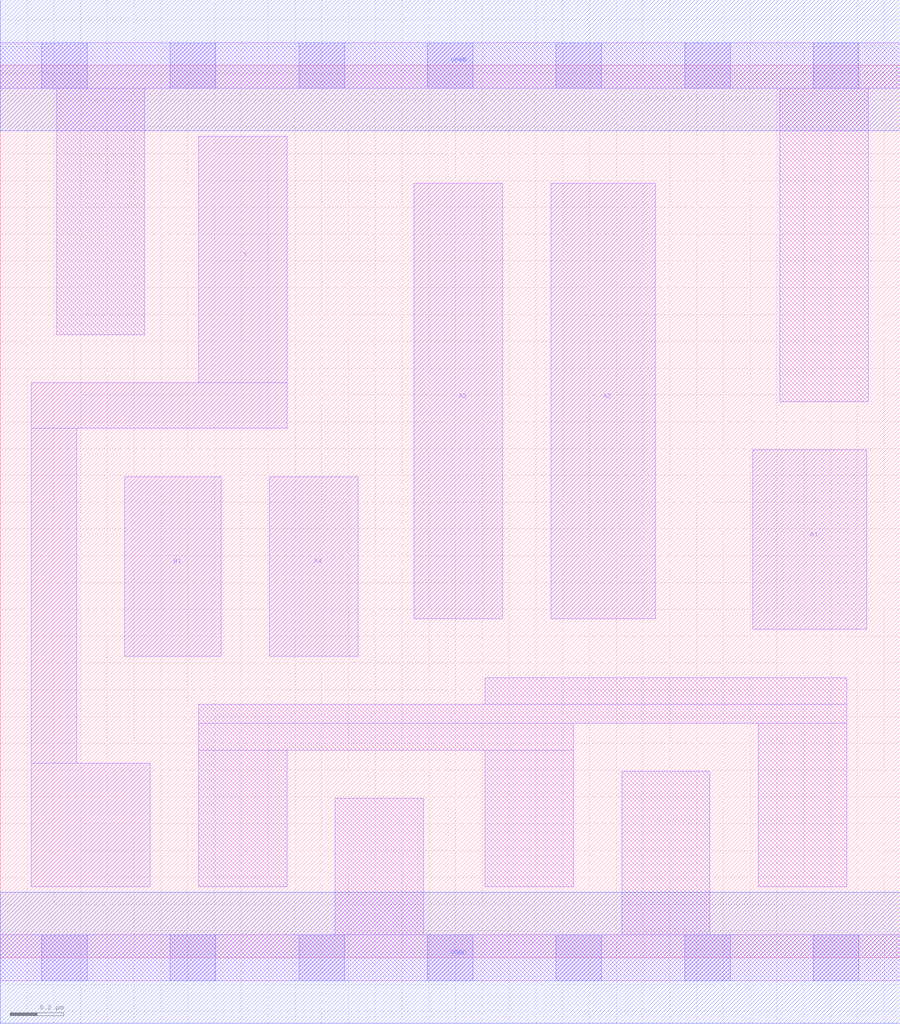
<source format=lef>
# Copyright 2020 The SkyWater PDK Authors
#
# Licensed under the Apache License, Version 2.0 (the "License");
# you may not use this file except in compliance with the License.
# You may obtain a copy of the License at
#
#     https://www.apache.org/licenses/LICENSE-2.0
#
# Unless required by applicable law or agreed to in writing, software
# distributed under the License is distributed on an "AS IS" BASIS,
# WITHOUT WARRANTIES OR CONDITIONS OF ANY KIND, either express or implied.
# See the License for the specific language governing permissions and
# limitations under the License.
#
# SPDX-License-Identifier: Apache-2.0

VERSION 5.7 ;
  NAMESCASESENSITIVE ON ;
  NOWIREEXTENSIONATPIN ON ;
  DIVIDERCHAR "/" ;
  BUSBITCHARS "[]" ;
UNITS
  DATABASE MICRONS 200 ;
END UNITS
MACRO sky130_fd_sc_lp__o41ai_lp
  CLASS CORE ;
  SOURCE USER ;
  FOREIGN sky130_fd_sc_lp__o41ai_lp ;
  ORIGIN  0.000000  0.000000 ;
  SIZE  3.360000 BY  3.330000 ;
  SYMMETRY X Y R90 ;
  SITE unit ;
  PIN A1
    ANTENNAGATEAREA  0.313000 ;
    DIRECTION INPUT ;
    USE SIGNAL ;
    PORT
      LAYER li1 ;
        RECT 2.810000 1.225000 3.235000 1.895000 ;
    END
  END A1
  PIN A2
    ANTENNAGATEAREA  0.313000 ;
    DIRECTION INPUT ;
    USE SIGNAL ;
    PORT
      LAYER li1 ;
        RECT 2.055000 1.265000 2.445000 2.890000 ;
    END
  END A2
  PIN A3
    ANTENNAGATEAREA  0.313000 ;
    DIRECTION INPUT ;
    USE SIGNAL ;
    PORT
      LAYER li1 ;
        RECT 1.545000 1.265000 1.875000 2.890000 ;
    END
  END A3
  PIN A4
    ANTENNAGATEAREA  0.313000 ;
    DIRECTION INPUT ;
    USE SIGNAL ;
    PORT
      LAYER li1 ;
        RECT 1.005000 1.125000 1.335000 1.795000 ;
    END
  END A4
  PIN B1
    ANTENNAGATEAREA  0.313000 ;
    DIRECTION INPUT ;
    USE SIGNAL ;
    PORT
      LAYER li1 ;
        RECT 0.465000 1.125000 0.825000 1.795000 ;
    END
  END B1
  PIN Y
    ANTENNADIFFAREA  0.433300 ;
    DIRECTION OUTPUT ;
    USE SIGNAL ;
    PORT
      LAYER li1 ;
        RECT 0.115000 0.265000 0.560000 0.725000 ;
        RECT 0.115000 0.725000 0.285000 1.975000 ;
        RECT 0.115000 1.975000 1.070000 2.145000 ;
        RECT 0.740000 2.145000 1.070000 3.065000 ;
    END
  END Y
  PIN VGND
    DIRECTION INOUT ;
    USE GROUND ;
    PORT
      LAYER met1 ;
        RECT 0.000000 -0.245000 3.360000 0.245000 ;
    END
  END VGND
  PIN VPWR
    DIRECTION INOUT ;
    USE POWER ;
    PORT
      LAYER met1 ;
        RECT 0.000000 3.085000 3.360000 3.575000 ;
    END
  END VPWR
  OBS
    LAYER li1 ;
      RECT 0.000000 -0.085000 3.360000 0.085000 ;
      RECT 0.000000  3.245000 3.360000 3.415000 ;
      RECT 0.210000  2.325000 0.540000 3.245000 ;
      RECT 0.740000  0.265000 1.070000 0.775000 ;
      RECT 0.740000  0.775000 2.140000 0.875000 ;
      RECT 0.740000  0.875000 3.160000 0.945000 ;
      RECT 1.250000  0.085000 1.580000 0.595000 ;
      RECT 1.810000  0.265000 2.140000 0.775000 ;
      RECT 1.810000  0.945000 3.160000 1.045000 ;
      RECT 2.320000  0.085000 2.650000 0.695000 ;
      RECT 2.830000  0.265000 3.160000 0.875000 ;
      RECT 2.910000  2.075000 3.240000 3.245000 ;
    LAYER mcon ;
      RECT 0.155000 -0.085000 0.325000 0.085000 ;
      RECT 0.155000  3.245000 0.325000 3.415000 ;
      RECT 0.635000 -0.085000 0.805000 0.085000 ;
      RECT 0.635000  3.245000 0.805000 3.415000 ;
      RECT 1.115000 -0.085000 1.285000 0.085000 ;
      RECT 1.115000  3.245000 1.285000 3.415000 ;
      RECT 1.595000 -0.085000 1.765000 0.085000 ;
      RECT 1.595000  3.245000 1.765000 3.415000 ;
      RECT 2.075000 -0.085000 2.245000 0.085000 ;
      RECT 2.075000  3.245000 2.245000 3.415000 ;
      RECT 2.555000 -0.085000 2.725000 0.085000 ;
      RECT 2.555000  3.245000 2.725000 3.415000 ;
      RECT 3.035000 -0.085000 3.205000 0.085000 ;
      RECT 3.035000  3.245000 3.205000 3.415000 ;
  END
END sky130_fd_sc_lp__o41ai_lp
END LIBRARY

</source>
